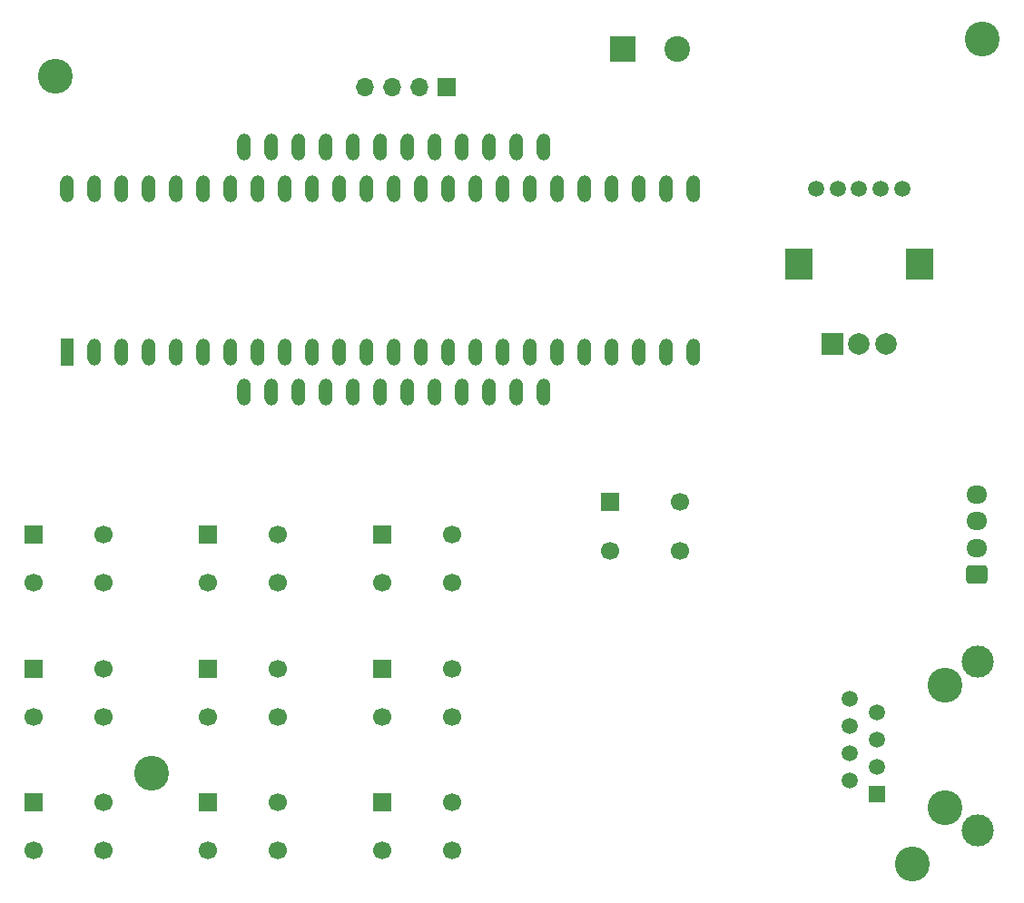
<source format=gbs>
%TF.GenerationSoftware,KiCad,Pcbnew,8.0.8*%
%TF.CreationDate,2025-02-06T19:54:35+00:00*%
%TF.ProjectId,TeensyELS,5465656e-7379-4454-9c53-2e6b69636164,rev?*%
%TF.SameCoordinates,Original*%
%TF.FileFunction,Soldermask,Bot*%
%TF.FilePolarity,Negative*%
%FSLAX46Y46*%
G04 Gerber Fmt 4.6, Leading zero omitted, Abs format (unit mm)*
G04 Created by KiCad (PCBNEW 8.0.8) date 2025-02-06 19:54:35*
%MOMM*%
%LPD*%
G01*
G04 APERTURE LIST*
G04 Aperture macros list*
%AMRoundRect*
0 Rectangle with rounded corners*
0 $1 Rounding radius*
0 $2 $3 $4 $5 $6 $7 $8 $9 X,Y pos of 4 corners*
0 Add a 4 corners polygon primitive as box body*
4,1,4,$2,$3,$4,$5,$6,$7,$8,$9,$2,$3,0*
0 Add four circle primitives for the rounded corners*
1,1,$1+$1,$2,$3*
1,1,$1+$1,$4,$5*
1,1,$1+$1,$6,$7*
1,1,$1+$1,$8,$9*
0 Add four rect primitives between the rounded corners*
20,1,$1+$1,$2,$3,$4,$5,0*
20,1,$1+$1,$4,$5,$6,$7,0*
20,1,$1+$1,$6,$7,$8,$9,0*
20,1,$1+$1,$8,$9,$2,$3,0*%
G04 Aperture macros list end*
%ADD10O,1.270000X2.540000*%
%ADD11C,3.250000*%
%ADD12RoundRect,0.250000X0.725000X-0.600000X0.725000X0.600000X-0.725000X0.600000X-0.725000X-0.600000X0*%
%ADD13O,1.950000X1.700000*%
%ADD14R,2.400000X2.400000*%
%ADD15C,2.400000*%
%ADD16R,1.270000X2.540000*%
%ADD17R,1.700000X1.700000*%
%ADD18C,1.700000*%
%ADD19R,1.500000X1.500000*%
%ADD20C,1.500000*%
%ADD21C,3.000000*%
%ADD22O,1.700000X1.700000*%
%ADD23R,2.000000X2.000000*%
%ADD24C,2.000000*%
%ADD25R,2.500000X3.000000*%
G04 APERTURE END LIST*
D10*
%TO.C,MCU1*%
X39125686Y-61924940D03*
X41665686Y-61924940D03*
X44205686Y-61924940D03*
X46745686Y-61924940D03*
X49285686Y-61924940D03*
X51825686Y-61924940D03*
X54365686Y-61924940D03*
X56905686Y-61924940D03*
X59445686Y-61924940D03*
X61985686Y-61924940D03*
X64525686Y-61924940D03*
X67065686Y-61924940D03*
X39125686Y-39064940D03*
X41665686Y-39064940D03*
X44205686Y-39064940D03*
X46745686Y-39064940D03*
X49285686Y-39064940D03*
X51825686Y-39064940D03*
X54365686Y-39064940D03*
X56905686Y-39064940D03*
X59445686Y-39064940D03*
X61985686Y-39064940D03*
X64525686Y-39064940D03*
X67065686Y-39064940D03*
%TD*%
D11*
%TO.C,*%
X21500000Y-32500000D03*
%TD*%
D12*
%TO.C,J2*%
X107500000Y-79000000D03*
D13*
X107500000Y-76500000D03*
X107500000Y-74000000D03*
X107500000Y-71500000D03*
%TD*%
D14*
%TO.C,J4*%
X74420000Y-30000000D03*
D15*
X79500000Y-30000000D03*
%TD*%
D16*
%TO.C,U1*%
X22660000Y-58240000D03*
D10*
X25200000Y-58240000D03*
X27740000Y-58240000D03*
X30280000Y-58240000D03*
X32820000Y-58240000D03*
X35360000Y-58240000D03*
X37900000Y-58240000D03*
X40440000Y-58240000D03*
X42980000Y-58240000D03*
X45520000Y-58240000D03*
X48060000Y-58240000D03*
X50600000Y-58240000D03*
X53140000Y-58240000D03*
X55680000Y-58240000D03*
X58220000Y-58240000D03*
X60760000Y-58240000D03*
X63300000Y-58240000D03*
X65840000Y-58240000D03*
X68380000Y-58240000D03*
X70920000Y-58240000D03*
X73460000Y-58240000D03*
X76000000Y-58240000D03*
X78540000Y-58240000D03*
X81080000Y-58240000D03*
X81080000Y-43000000D03*
X78540000Y-43000000D03*
X76000000Y-43000000D03*
X73460000Y-43000000D03*
X70920000Y-43000000D03*
X68380000Y-43000000D03*
X65840000Y-43000000D03*
X63300000Y-43000000D03*
X60760000Y-43000000D03*
X58220000Y-43000000D03*
X55680000Y-43000000D03*
X53140000Y-43000000D03*
X50600000Y-43000000D03*
X48060000Y-43000000D03*
X45520000Y-43000000D03*
X42980000Y-43000000D03*
X40440000Y-43000000D03*
X37900000Y-43000000D03*
X35360000Y-43000000D03*
X32820000Y-43000000D03*
X30280000Y-43000000D03*
X27740000Y-43000000D03*
X25200000Y-43000000D03*
X22660000Y-43000000D03*
%TD*%
D17*
%TO.C,SW8*%
X19500000Y-100250000D03*
D18*
X26000000Y-100250000D03*
X19500000Y-104750000D03*
X26000000Y-104750000D03*
%TD*%
D11*
%TO.C,*%
X108000000Y-29000000D03*
%TD*%
D17*
%TO.C,SW6*%
X35750000Y-87750000D03*
D18*
X42250000Y-87750000D03*
X35750000Y-92250000D03*
X42250000Y-92250000D03*
%TD*%
D17*
%TO.C,SW1*%
X73250000Y-72250000D03*
D18*
X79750000Y-72250000D03*
X73250000Y-76750000D03*
X79750000Y-76750000D03*
%TD*%
D17*
%TO.C,SW3*%
X35750000Y-75250000D03*
D18*
X42250000Y-75250000D03*
X35750000Y-79750000D03*
X42250000Y-79750000D03*
%TD*%
D11*
%TO.C,*%
X101500000Y-106000000D03*
%TD*%
%TO.C,J1*%
X104550000Y-100715000D03*
X104550000Y-89285000D03*
D19*
X98200000Y-99445000D03*
D20*
X95660000Y-98175000D03*
X98200000Y-96905000D03*
X95660000Y-95635000D03*
X98200000Y-94365000D03*
X95660000Y-93095000D03*
X98200000Y-91825000D03*
X95660000Y-90555000D03*
D21*
X107600000Y-102850000D03*
X107600000Y-87150000D03*
%TD*%
D17*
%TO.C,SW4*%
X52000000Y-75250000D03*
D18*
X58500000Y-75250000D03*
X52000000Y-79750000D03*
X58500000Y-79750000D03*
%TD*%
D11*
%TO.C,*%
X30500000Y-97500000D03*
%TD*%
D17*
%TO.C,J3*%
X58040000Y-33500000D03*
D22*
X55500000Y-33500000D03*
X52960000Y-33500000D03*
X50420000Y-33500000D03*
%TD*%
D17*
%TO.C,SW2*%
X19500000Y-75250000D03*
D18*
X26000000Y-75250000D03*
X19500000Y-79750000D03*
X26000000Y-79750000D03*
%TD*%
D20*
%TO.C,E1*%
X92500000Y-43000000D03*
X94500000Y-43000000D03*
X96500000Y-43000000D03*
X98500000Y-43000000D03*
X100500000Y-43000000D03*
D23*
X94000000Y-57500000D03*
D24*
X99000000Y-57500000D03*
X96500000Y-57500000D03*
D25*
X90900000Y-50000000D03*
X102100000Y-50000000D03*
%TD*%
D17*
%TO.C,SW7*%
X52000000Y-87750000D03*
D18*
X58500000Y-87750000D03*
X52000000Y-92250000D03*
X58500000Y-92250000D03*
%TD*%
D17*
%TO.C,SW5*%
X19500000Y-87750000D03*
D18*
X26000000Y-87750000D03*
X19500000Y-92250000D03*
X26000000Y-92250000D03*
%TD*%
D17*
%TO.C,SW9*%
X35750000Y-100250000D03*
D18*
X42250000Y-100250000D03*
X35750000Y-104750000D03*
X42250000Y-104750000D03*
%TD*%
D17*
%TO.C,SW10*%
X52000000Y-100250000D03*
D18*
X58500000Y-100250000D03*
X52000000Y-104750000D03*
X58500000Y-104750000D03*
%TD*%
M02*

</source>
